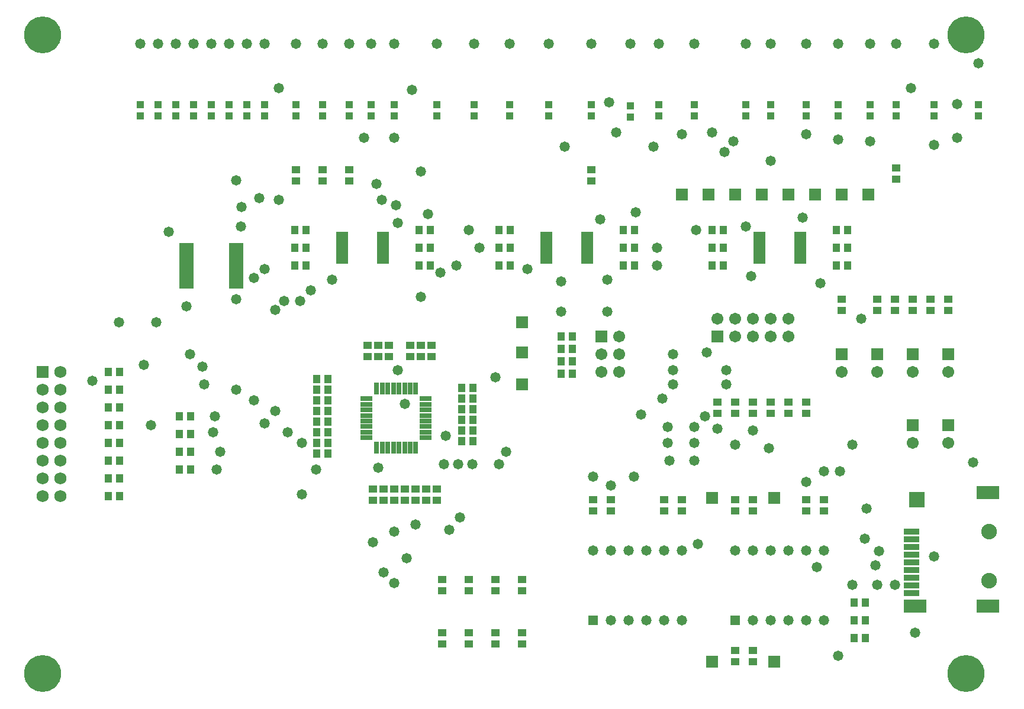
<source format=gts>
G04*
G04 #@! TF.GenerationSoftware,Altium Limited,Altium Designer,22.3.1 (43)*
G04*
G04 Layer_Color=8388736*
%FSLAX25Y25*%
%MOIN*%
G70*
G04*
G04 #@! TF.SameCoordinates,1903AC94-178F-402A-AE6A-EB822E6E4443*
G04*
G04*
G04 #@! TF.FilePolarity,Negative*
G04*
G01*
G75*
%ADD27R,0.08674X0.03556*%
%ADD28R,0.08674X0.08674*%
%ADD29R,0.12800X0.07800*%
%ADD30R,0.12800X0.07800*%
%ADD31R,0.03950X0.04540*%
%ADD32R,0.03950X0.03950*%
%ADD33R,0.07887X0.02572*%
%ADD34R,0.06607X0.02572*%
%ADD35R,0.04540X0.03950*%
%ADD36R,0.03162X0.06607*%
%ADD37R,0.06607X0.03162*%
%ADD38C,0.08800*%
%ADD39R,0.06706X0.06706*%
%ADD40R,0.05800X0.05800*%
%ADD41C,0.05800*%
%ADD42C,0.20800*%
%ADD43C,0.06706*%
%ADD44R,0.06706X0.06706*%
%ADD45C,0.06800*%
%ADD46R,0.06800X0.06800*%
D27*
X509152Y65500D02*
D03*
Y69808D02*
D03*
Y74139D02*
D03*
Y78470D02*
D03*
Y82800D02*
D03*
Y87131D02*
D03*
Y91462D02*
D03*
X509181Y100124D02*
D03*
Y95793D02*
D03*
D28*
X512348Y118000D02*
D03*
D29*
X511120Y58000D02*
D03*
D30*
X552348Y122000D02*
D03*
Y58000D02*
D03*
D31*
X311850Y196000D02*
D03*
X318150D02*
D03*
X161850Y270000D02*
D03*
X168150D02*
D03*
X161850Y260000D02*
D03*
X168150D02*
D03*
X161850Y250000D02*
D03*
X168150D02*
D03*
X238150D02*
D03*
X231850D02*
D03*
X238150Y260000D02*
D03*
X231850D02*
D03*
X238150Y270000D02*
D03*
X231850D02*
D03*
X396850D02*
D03*
X403150D02*
D03*
X276850D02*
D03*
X283150D02*
D03*
X396850Y260000D02*
D03*
X403150D02*
D03*
X276850D02*
D03*
X283150D02*
D03*
X396850Y250000D02*
D03*
X403150D02*
D03*
X276850D02*
D03*
X283150D02*
D03*
X473150D02*
D03*
X466850D02*
D03*
X353150D02*
D03*
X346850D02*
D03*
X473150Y260000D02*
D03*
X466850D02*
D03*
X353150D02*
D03*
X346850D02*
D03*
X473150Y270000D02*
D03*
X466850D02*
D03*
X353150D02*
D03*
X346850D02*
D03*
X311850Y210000D02*
D03*
X318150D02*
D03*
Y189000D02*
D03*
X311850D02*
D03*
Y203000D02*
D03*
X318150D02*
D03*
X63150Y190000D02*
D03*
X56850D02*
D03*
X63150Y180000D02*
D03*
X56850D02*
D03*
X96850Y165000D02*
D03*
X103150D02*
D03*
X63150Y170000D02*
D03*
X56850D02*
D03*
X96850Y155000D02*
D03*
X103150D02*
D03*
X63150Y160000D02*
D03*
X56850D02*
D03*
X96850Y145000D02*
D03*
X103150D02*
D03*
X63150Y150000D02*
D03*
X56850D02*
D03*
X96850Y135000D02*
D03*
X103150D02*
D03*
X63150Y140000D02*
D03*
X56850D02*
D03*
X63150Y130000D02*
D03*
X56850D02*
D03*
X63150Y120000D02*
D03*
X56850D02*
D03*
X255850Y181000D02*
D03*
X262150D02*
D03*
X174350Y186000D02*
D03*
X180650D02*
D03*
X255850Y175000D02*
D03*
X262150D02*
D03*
X174350Y180000D02*
D03*
X180650D02*
D03*
X255850Y169000D02*
D03*
X262150D02*
D03*
X174350Y174000D02*
D03*
X180650D02*
D03*
X255850Y163000D02*
D03*
X262150D02*
D03*
X174350Y168000D02*
D03*
X180650D02*
D03*
X255850Y157000D02*
D03*
X262150D02*
D03*
X174350Y162000D02*
D03*
X180650D02*
D03*
X255850Y151000D02*
D03*
X262150D02*
D03*
X174350Y156000D02*
D03*
X180650D02*
D03*
X174350Y150000D02*
D03*
X180650D02*
D03*
X174350Y144000D02*
D03*
X180650D02*
D03*
X483150Y40000D02*
D03*
X476850D02*
D03*
Y60000D02*
D03*
X483150D02*
D03*
X476850Y50000D02*
D03*
X483150D02*
D03*
D32*
X387000Y334350D02*
D03*
Y340650D02*
D03*
X205000Y334350D02*
D03*
Y340650D02*
D03*
X351000Y333850D02*
D03*
Y340150D02*
D03*
X263000Y334350D02*
D03*
Y340650D02*
D03*
X242000Y334350D02*
D03*
Y340650D02*
D03*
X522000Y334350D02*
D03*
Y340650D02*
D03*
X547000Y334350D02*
D03*
Y340650D02*
D03*
X218000Y334350D02*
D03*
Y340650D02*
D03*
X75000Y334350D02*
D03*
Y340650D02*
D03*
X85000Y334350D02*
D03*
Y340650D02*
D03*
X95000Y334350D02*
D03*
Y340650D02*
D03*
X105000Y334350D02*
D03*
Y340650D02*
D03*
X115000Y334350D02*
D03*
Y340650D02*
D03*
X125000Y334350D02*
D03*
Y340650D02*
D03*
X135000Y334350D02*
D03*
Y340650D02*
D03*
X145000Y334350D02*
D03*
Y340650D02*
D03*
X500500Y334350D02*
D03*
Y340650D02*
D03*
X192500Y334350D02*
D03*
Y340650D02*
D03*
X329000Y334350D02*
D03*
Y340650D02*
D03*
X177500Y334350D02*
D03*
Y340650D02*
D03*
X162500Y334350D02*
D03*
Y340650D02*
D03*
X416000Y334350D02*
D03*
Y340650D02*
D03*
X430000Y334350D02*
D03*
Y340650D02*
D03*
X486000Y334350D02*
D03*
Y340650D02*
D03*
X468000Y334350D02*
D03*
Y340650D02*
D03*
X450000Y334350D02*
D03*
Y340650D02*
D03*
X367000Y334350D02*
D03*
Y340650D02*
D03*
X305000Y334350D02*
D03*
Y340650D02*
D03*
X283000Y334350D02*
D03*
Y340650D02*
D03*
D33*
X101024Y261516D02*
D03*
Y258957D02*
D03*
Y256398D02*
D03*
Y253839D02*
D03*
Y251279D02*
D03*
Y248721D02*
D03*
Y246161D02*
D03*
Y243602D02*
D03*
Y241043D02*
D03*
Y238484D02*
D03*
X128976D02*
D03*
Y241043D02*
D03*
Y243602D02*
D03*
Y246161D02*
D03*
Y248721D02*
D03*
Y251279D02*
D03*
Y253839D02*
D03*
Y256398D02*
D03*
Y258957D02*
D03*
Y261516D02*
D03*
D34*
X188433Y267677D02*
D03*
Y265118D02*
D03*
Y262559D02*
D03*
Y260000D02*
D03*
Y257441D02*
D03*
Y254882D02*
D03*
Y252323D02*
D03*
X211567D02*
D03*
Y254882D02*
D03*
Y257441D02*
D03*
Y260000D02*
D03*
Y262559D02*
D03*
Y265118D02*
D03*
Y267677D02*
D03*
X423433D02*
D03*
Y265118D02*
D03*
Y262559D02*
D03*
Y260000D02*
D03*
Y257441D02*
D03*
Y254882D02*
D03*
Y252323D02*
D03*
X446567D02*
D03*
Y254882D02*
D03*
Y257441D02*
D03*
Y260000D02*
D03*
Y262559D02*
D03*
Y265118D02*
D03*
Y267677D02*
D03*
X303433D02*
D03*
Y265118D02*
D03*
Y262559D02*
D03*
Y260000D02*
D03*
Y257441D02*
D03*
Y254882D02*
D03*
Y252323D02*
D03*
X326567D02*
D03*
Y254882D02*
D03*
Y257441D02*
D03*
Y260000D02*
D03*
Y262559D02*
D03*
Y265118D02*
D03*
Y267677D02*
D03*
D35*
X162500Y297850D02*
D03*
Y304150D02*
D03*
X177500Y297850D02*
D03*
Y304150D02*
D03*
X329000Y297850D02*
D03*
Y304150D02*
D03*
X192500Y297850D02*
D03*
Y304150D02*
D03*
X500500Y298850D02*
D03*
Y305150D02*
D03*
X510000Y224850D02*
D03*
Y231150D02*
D03*
X490000Y224850D02*
D03*
Y231150D02*
D03*
X520000Y224850D02*
D03*
Y231150D02*
D03*
X530000D02*
D03*
Y224850D02*
D03*
X470000D02*
D03*
Y231150D02*
D03*
X500000Y224850D02*
D03*
Y231150D02*
D03*
X227000Y198850D02*
D03*
Y205150D02*
D03*
X215000Y205000D02*
D03*
Y198701D02*
D03*
X233000Y198850D02*
D03*
Y205150D02*
D03*
X209000Y205000D02*
D03*
Y198701D02*
D03*
X239000Y198850D02*
D03*
Y205150D02*
D03*
X203000D02*
D03*
Y198850D02*
D03*
X242000Y124150D02*
D03*
Y117850D02*
D03*
X236000Y124150D02*
D03*
Y117850D02*
D03*
X230000Y124150D02*
D03*
Y117850D02*
D03*
X224000Y124150D02*
D03*
Y117850D02*
D03*
X206000D02*
D03*
Y124150D02*
D03*
X218000D02*
D03*
Y117850D02*
D03*
X212000Y124150D02*
D03*
Y117850D02*
D03*
X410000Y33150D02*
D03*
Y26850D02*
D03*
Y118150D02*
D03*
Y111850D02*
D03*
X420000Y33150D02*
D03*
Y26850D02*
D03*
Y118150D02*
D03*
Y111850D02*
D03*
X450000Y118150D02*
D03*
Y111850D02*
D03*
X460000Y118150D02*
D03*
Y111850D02*
D03*
X400000Y166850D02*
D03*
Y173150D02*
D03*
X410000Y166850D02*
D03*
Y173150D02*
D03*
X420000Y166850D02*
D03*
Y173150D02*
D03*
X430000Y166850D02*
D03*
Y173150D02*
D03*
X440000Y166850D02*
D03*
Y173150D02*
D03*
X450000Y166850D02*
D03*
Y173150D02*
D03*
X290000Y66850D02*
D03*
Y73150D02*
D03*
X330000Y118150D02*
D03*
Y111850D02*
D03*
X275000Y66850D02*
D03*
Y73150D02*
D03*
X340000Y118150D02*
D03*
Y111850D02*
D03*
X260000Y66850D02*
D03*
Y73150D02*
D03*
X370000Y118150D02*
D03*
Y111850D02*
D03*
X245000Y66850D02*
D03*
Y73150D02*
D03*
X380000Y118150D02*
D03*
Y111850D02*
D03*
X290000Y43150D02*
D03*
Y36850D02*
D03*
X275000Y43150D02*
D03*
Y36850D02*
D03*
X260000Y43150D02*
D03*
Y36850D02*
D03*
X245000Y43150D02*
D03*
Y36850D02*
D03*
D36*
X207976Y180685D02*
D03*
X211126D02*
D03*
X214276D02*
D03*
X217425D02*
D03*
X220575D02*
D03*
X223724D02*
D03*
X226874D02*
D03*
X230024D02*
D03*
Y147315D02*
D03*
X226874D02*
D03*
X223724D02*
D03*
X220575D02*
D03*
X217425D02*
D03*
X214276D02*
D03*
X211126D02*
D03*
X207976D02*
D03*
D37*
X235685Y175024D02*
D03*
Y171874D02*
D03*
Y168724D02*
D03*
Y165575D02*
D03*
Y162425D02*
D03*
Y159276D02*
D03*
Y156126D02*
D03*
Y152976D02*
D03*
X202315D02*
D03*
Y156126D02*
D03*
Y159276D02*
D03*
Y162425D02*
D03*
Y165575D02*
D03*
Y168724D02*
D03*
Y171874D02*
D03*
Y175024D02*
D03*
D38*
X552848Y72500D02*
D03*
Y100000D02*
D03*
D39*
X440000Y290000D02*
D03*
X395000D02*
D03*
X380000D02*
D03*
X410000D02*
D03*
X485000D02*
D03*
X425000D02*
D03*
X470000D02*
D03*
X455000D02*
D03*
X290000Y183000D02*
D03*
Y218000D02*
D03*
Y201000D02*
D03*
X530000Y200000D02*
D03*
X510000D02*
D03*
X490000D02*
D03*
X470000D02*
D03*
X530000Y160000D02*
D03*
X510000D02*
D03*
X400000Y210000D02*
D03*
X397000Y26800D02*
D03*
Y119000D02*
D03*
X432000Y26800D02*
D03*
Y119000D02*
D03*
D40*
X410000Y50000D02*
D03*
X330000D02*
D03*
D41*
X420000D02*
D03*
X430000D02*
D03*
X440000D02*
D03*
X450000D02*
D03*
X460000D02*
D03*
X410000Y89370D02*
D03*
X420000D02*
D03*
X430000D02*
D03*
X440000D02*
D03*
X450000D02*
D03*
X460000D02*
D03*
X380000D02*
D03*
X370000D02*
D03*
X360000D02*
D03*
X350000D02*
D03*
X340000D02*
D03*
X330000D02*
D03*
X380000Y50000D02*
D03*
X370000D02*
D03*
X360000D02*
D03*
X350000D02*
D03*
X340000D02*
D03*
X393000Y165000D02*
D03*
X405000Y191000D02*
D03*
Y183000D02*
D03*
X369000Y175000D02*
D03*
X275000Y187000D02*
D03*
X476000Y149000D02*
D03*
X389000Y93000D02*
D03*
X206000Y94000D02*
D03*
X500000Y70000D02*
D03*
X400000Y158000D02*
D03*
X483000Y96000D02*
D03*
X410000Y149000D02*
D03*
X420000Y157000D02*
D03*
X484000Y113000D02*
D03*
X476000Y70000D02*
D03*
X456000Y80000D02*
D03*
X489000Y81000D02*
D03*
X429000Y147000D02*
D03*
X469000Y134000D02*
D03*
X490000Y70000D02*
D03*
X491000Y89000D02*
D03*
X460000Y134000D02*
D03*
X353000Y131000D02*
D03*
X450000Y128000D02*
D03*
X330000Y131000D02*
D03*
X249000Y101000D02*
D03*
X255000Y108000D02*
D03*
X218000Y100000D02*
D03*
X246000Y138000D02*
D03*
X244000Y246000D02*
D03*
X254000Y138000D02*
D03*
X230000Y104000D02*
D03*
X253000Y250000D02*
D03*
X84000Y218000D02*
D03*
X63000D02*
D03*
X233000Y232414D02*
D03*
X293000Y248000D02*
D03*
X312000Y241000D02*
D03*
Y224000D02*
D03*
X357000Y166000D02*
D03*
X354000Y280000D02*
D03*
X338000Y224000D02*
D03*
X366000Y260000D02*
D03*
X375000Y183000D02*
D03*
X366000Y250000D02*
D03*
X375000Y191000D02*
D03*
Y200000D02*
D03*
X281000Y145000D02*
D03*
X277000Y138000D02*
D03*
X340000Y126000D02*
D03*
X166000Y121000D02*
D03*
X373000Y140000D02*
D03*
X387000D02*
D03*
Y150000D02*
D03*
X372000D02*
D03*
X387000Y159000D02*
D03*
X372000D02*
D03*
X522000Y318000D02*
D03*
X77000Y194000D02*
D03*
X151000Y225000D02*
D03*
X103000Y200000D02*
D03*
X48000Y185000D02*
D03*
X110000Y193000D02*
D03*
X111000Y183000D02*
D03*
X262000Y138000D02*
D03*
X237000Y279000D02*
D03*
X260000Y270000D02*
D03*
X266000Y260000D02*
D03*
X225000Y85000D02*
D03*
X212000Y77000D02*
D03*
X218000Y71000D02*
D03*
X116000Y156000D02*
D03*
X409000Y320000D02*
D03*
X404000Y314000D02*
D03*
X468000Y321000D02*
D03*
X314000Y317000D02*
D03*
X338000Y242000D02*
D03*
X397000Y325000D02*
D03*
X450000Y324000D02*
D03*
X486000Y320000D02*
D03*
X430000Y309000D02*
D03*
X416000Y272000D02*
D03*
X394000Y201000D02*
D03*
X388000Y270000D02*
D03*
X481000Y220000D02*
D03*
X458000Y240000D02*
D03*
X522000Y86000D02*
D03*
X233000Y303000D02*
D03*
X211000Y287000D02*
D03*
X219000Y284000D02*
D03*
X220000Y274000D02*
D03*
X218000Y322000D02*
D03*
X208000Y296000D02*
D03*
X201000Y322000D02*
D03*
X142000Y288000D02*
D03*
X120000Y145000D02*
D03*
X153000Y287000D02*
D03*
X117000Y165000D02*
D03*
X129000Y298000D02*
D03*
X139000Y174000D02*
D03*
X145000Y161000D02*
D03*
X156000Y230000D02*
D03*
X158000Y156000D02*
D03*
X151000Y168000D02*
D03*
X166000Y150000D02*
D03*
X165000Y230000D02*
D03*
X174000Y135000D02*
D03*
X171000Y236000D02*
D03*
X145000Y248000D02*
D03*
X139000Y243000D02*
D03*
X129000Y180000D02*
D03*
X131500Y272000D02*
D03*
X118000Y135000D02*
D03*
X129000Y231000D02*
D03*
X132000Y283000D02*
D03*
X81000Y160000D02*
D03*
X101000Y227000D02*
D03*
X91000Y269000D02*
D03*
X364000Y317000D02*
D03*
X343000Y325000D02*
D03*
X380000Y324000D02*
D03*
X183000Y242000D02*
D03*
X334000Y276000D02*
D03*
X448000Y277000D02*
D03*
X419000Y244000D02*
D03*
X544000Y139000D02*
D03*
X511120Y43120D02*
D03*
X468000Y30000D02*
D03*
X220000Y191000D02*
D03*
X224000Y172000D02*
D03*
X247000Y154000D02*
D03*
X209000Y136000D02*
D03*
X339000Y342000D02*
D03*
X351000Y375000D02*
D03*
X367000D02*
D03*
X535000Y322000D02*
D03*
X509000Y350000D02*
D03*
X228000Y349000D02*
D03*
X153000Y350000D02*
D03*
X535000Y341000D02*
D03*
X547000Y364000D02*
D03*
X522000Y375000D02*
D03*
X500500D02*
D03*
X486000D02*
D03*
X468000D02*
D03*
X450000D02*
D03*
X430000D02*
D03*
X416000D02*
D03*
X387000D02*
D03*
X329000D02*
D03*
X305000D02*
D03*
X283000D02*
D03*
X263000D02*
D03*
X242000D02*
D03*
X218000D02*
D03*
X205000D02*
D03*
X192500D02*
D03*
X177500D02*
D03*
X162500D02*
D03*
X145000D02*
D03*
X135000D02*
D03*
X125000D02*
D03*
X115000D02*
D03*
X105000D02*
D03*
X95000D02*
D03*
X85000D02*
D03*
X75000D02*
D03*
D42*
X20000Y20000D02*
D03*
X540000D02*
D03*
Y380000D02*
D03*
X20000D02*
D03*
D43*
X344500Y190000D02*
D03*
X334500D02*
D03*
X344500Y200000D02*
D03*
X334500D02*
D03*
X344500Y210000D02*
D03*
X530000Y190000D02*
D03*
X510000D02*
D03*
X490000D02*
D03*
X470000D02*
D03*
X530000Y150000D02*
D03*
X510000D02*
D03*
X400000Y220000D02*
D03*
X410000Y210000D02*
D03*
Y220000D02*
D03*
X420000Y210000D02*
D03*
Y220000D02*
D03*
X430000Y210000D02*
D03*
Y220000D02*
D03*
X440000Y210000D02*
D03*
Y220000D02*
D03*
D44*
X334500Y210000D02*
D03*
D45*
X30000Y120000D02*
D03*
Y130000D02*
D03*
Y140000D02*
D03*
Y150000D02*
D03*
Y160000D02*
D03*
Y170000D02*
D03*
Y180000D02*
D03*
X20000Y120000D02*
D03*
Y130000D02*
D03*
Y140000D02*
D03*
Y150000D02*
D03*
Y160000D02*
D03*
Y170000D02*
D03*
X30000Y190000D02*
D03*
X20000Y180000D02*
D03*
D46*
Y190000D02*
D03*
M02*

</source>
